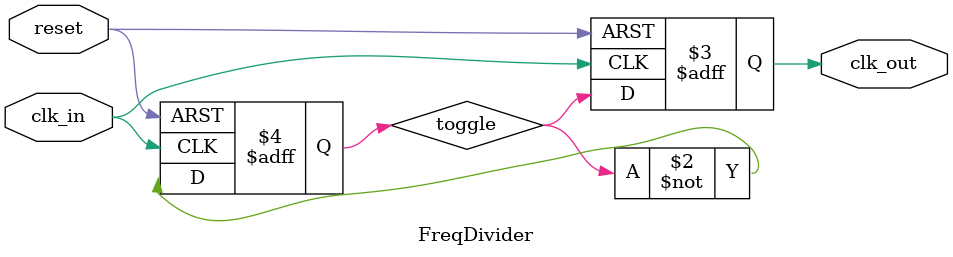
<source format=v>
`timescale 1ns / 1ps

module FreqDivider(
    input wire clk_in,
    input wire reset,
    output reg clk_out
);
    reg toggle;

    always @(posedge clk_in or posedge reset) begin
        if (reset) begin
            toggle <= 1'b0;
            clk_out <= 1'b0;
        end else begin
            toggle <= ~toggle;
            clk_out <= toggle;
        end
    end
endmodule
</source>
